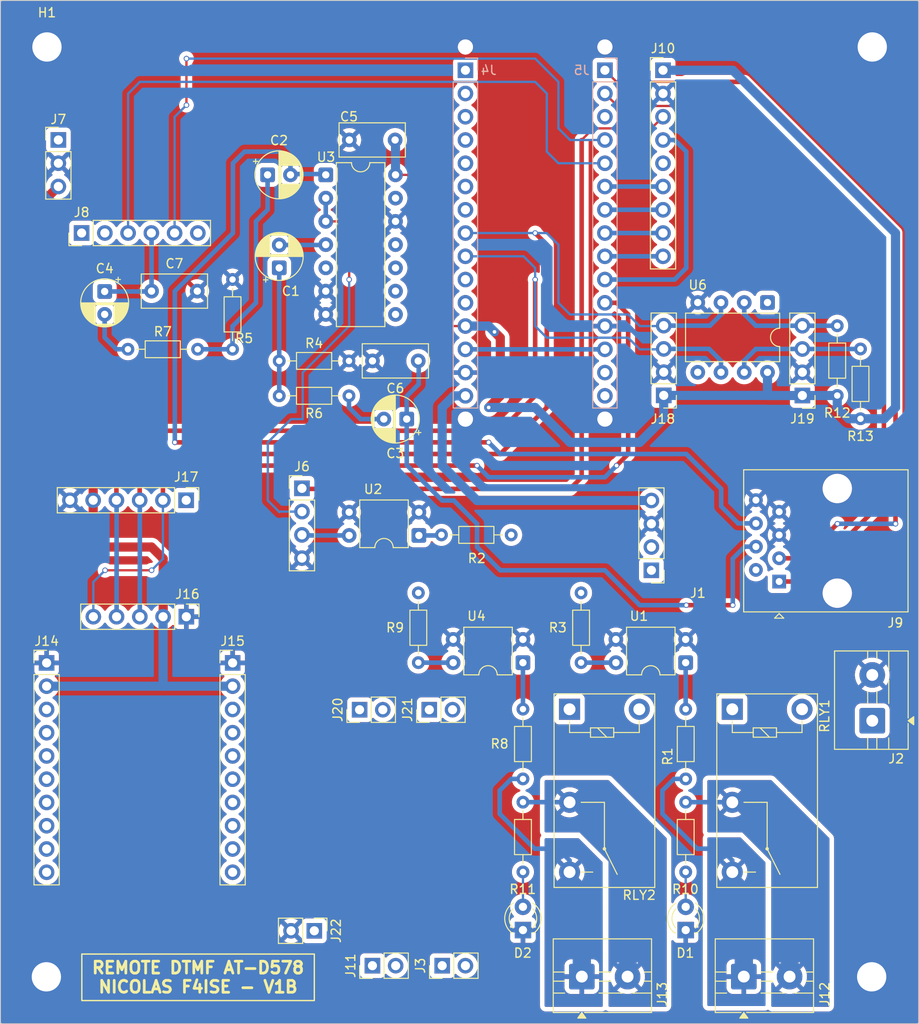
<source format=kicad_pcb>
(kicad_pcb (version 20241229) (generator "pcbnew") (generator_version "9.0")
  (title_block (date "sam. 04 avril 2015"))
  (layers (0 "F.Cu" signal) (2 "B.Cu" signal) (13 "F.Paste" user) (15 "B.Paste" user) (5 "F.SilkS" user "F.Silkscreen") (7 "B.SilkS" user "B.Silkscreen") (1 "F.Mask" user) (3 "B.Mask" user) (25 "Edge.Cuts" user))
  (net 0 "")
  (net 1 "GND")
  (net 2 "/~{RESET}")
  (net 3 "VCC")
  (net 4 "Net-(C1-Pad1)")
  (net 5 "/AM")
  (net 6 "/CW")
  (net 7 "Net-(C2-Pad1)")
  (net 8 "/TRX")
  (net 9 "Net-(C3-Pad2)")
  (net 10 "+5V")
  (net 11 "/GENCW")
  (net 12 "Net-(C4-Pad2)")
  (net 13 "Net-(J1-Pin_2)")
  (net 15 "/AREF")
  (net 16 "/D0{slash}RX")
  (net 17 "/D1{slash}TX")
  (net 18 "+3V3")
  (net 19 "/A7")
  (net 20 "/A6")
  (net 21 "Net-(D1-A)")
  (net 22 "Net-(D2-A)")
  (net 23 "/D13{slash}SCK")
  (net 24 "/P12V1")
  (net 25 "/MSG0")
  (net 26 "/MSG1")
  (net 27 "/SDA")
  (net 28 "/Q2")
  (net 29 "/SOT")
  (net 30 "/SCL")
  (net 31 "/Q3")
  (net 32 "/EOT")
  (net 33 "/Q0")
  (net 34 "/~{STQ}")
  (net 35 "/Q1")
  (net 36 "/URX")
  (net 37 "/UTX")
  (net 38 "/MIC")
  (net 39 "/DTMF")
  (net 40 "/PTT")
  (net 45 "Net-(R1-Pad2)")
  (net 46 "Net-(R2-Pad2)")
  (net 49 "/CMD_PTT")
  (net 51 "/~{INT}")
  (net 53 "/P12V2")
  (net 54 "/A3")
  (net 55 "/A2")
  (net 56 "/P06")
  (net 58 "/P05")
  (net 59 "/P07")
  (net 60 "/P14")
  (net 61 "/PRES12V1")
  (net 62 "/P17")
  (net 63 "/PRES12V2")
  (net 64 "/P15")
  (net 65 "/P16")
  (net 66 "/SEL_CW")
  (net 67 "/SEL_AM")
  (net 69 "/LDA")
  (net 70 "/LCL")
  (net 71 "Net-(R8-Pad2)")
  (net 72 "/CMD_RLY11")
  (net 73 "/CMD_RLY15")
  (net 74 "/CMD_RLY25")
  (net 75 "/CMD_RLY21")
  (net 76 "/P12V1S")
  (net 77 "/P12V2S")
  (net 78 "/RLY1_5")
  (net 79 "/RLY1_1")
  (net 80 "/RLY2_5")
  (net 81 "/RLY2_1")
  (footprint "MountingHole:MountingHole_3.2mm_M3_DIN965_Pad" (layer "F.Cu") (at 162.167039 150.745932)
    (property "Reference" "H4" (hide yes))
    (property "Value" "MountingHole_Pad" (hide yes))
  )
  (footprint "Capacitor_THT:CP_Radial_D5.0mm_P2.50mm" (layer "F.Cu") (at 111.366319 89.835193 180)
    (property "Reference" "C3")
    (property "Value" "4u7" (hide yes))
  )
  (footprint "Resistor_THT:R_Axial_DIN0204_L3.6mm_D1.6mm_P7.62mm_Horizontal" (layer "F.Cu") (at 160.94335 89.802458 90)
    (property "Reference" "R13")
    (property "Value" "470R" (hide yes))
  )
  (footprint "Connector_PinHeader_2.54mm:PinHeader_1x06_P2.54mm_Vertical" (layer "F.Cu") (at 75.846319 69.515193 90)
    (property "Reference" "J8")
    (property "Value" "IO ATTINY85" (hide yes))
  )
  (footprint "Connector_PinHeader_2.54mm:PinHeader_1x09_P2.54mm_Vertical" (layer "F.Cu") (at 139.37 51.74)
    (property "Reference" "J10")
    (property "Value" "MT8870D" (hide yes))
  )
  (footprint "Connector_PinHeader_2.54mm:PinHeader_1x05_P2.54mm_Vertical" (layer "F.Cu") (at 87.287943 111.422514 -90)
    (property "Reference" "J16")
    (property "Value" "PCF8575" (hide yes))
  )
  (footprint "Capacitor_THT:CP_Radial_D5.0mm_P2.50mm" (layer "F.Cu") (at 97.436319 73.325193 90)
    (property "Reference" "C1")
    (property "Value" "4u7" (hide yes))
  )
  (footprint "Package_DIP:DIP-14_W7.62mm" (layer "F.Cu") (at 102.521319 63.165193)
    (property "Reference" "U3")
    (property "Value" "CD4066BE" (hide yes))
  )
  (footprint "Arduino_MountingHole:MountingHole_65mil" (layer "F.Cu") (at 133.02 49.2 -90)
    (property "Reference" "MH2" (hide yes))
    (property "Value" "MountingHole_65mil" (hide yes))
  )
  (footprint "Package_DIP:DIP-4_W7.62mm" (layer "F.Cu") (at 124.06101 116.438311 180)
    (property "Reference" "U4")
    (property "Value" "PC817" (hide yes))
  )
  (footprint "Capacitor_THT:C_Rect_L7.0mm_W3.5mm_P5.00mm" (layer "F.Cu") (at 83.485933 75.861584)
    (property "Reference" "C7")
    (property "Value" "47p" (hide yes))
  )
  (footprint "MountingHole:MountingHole_3.2mm_M3_DIN965_Pad" (layer "F.Cu") (at 162.23 49.2)
    (property "Reference" "H3" (hide yes))
    (property "Value" "MountingHole_Pad" (hide yes))
  )
  (footprint "Connector_PinHeader_2.54mm:PinHeader_1x06_P2.54mm_Vertical" (layer "F.Cu") (at 87.270162 98.700162 -90)
    (property "Reference" "J17")
    (property "Value" "DS3231" (hide yes))
  )
  (footprint "Resistor_THT:R_Axial_DIN0204_L3.6mm_D1.6mm_P7.62mm_Horizontal" (layer "F.Cu") (at 130.41601 108.813311 -90)
    (property "Reference" "R3")
    (property "Value" "100K" (hide yes))
  )
  (footprint "Connector_PinHeader_2.54mm:PinHeader_1x04_P2.54mm_Vertical" (layer "F.Cu") (at 154.59335 87.262458 180)
    (property "Reference" "J19")
    (property "Value" "BME280" (hide yes))
  )
  (footprint "Connector_PinHeader_2.54mm:PinHeader_1x02_P2.54mm_Vertical" (layer "F.Cu") (at 115.24 149.53 90)
    (property "Reference" "J3")
    (property "Value" "IN1" (hide yes))
  )
  (footprint "Resistor_THT:R_Axial_DIN0204_L3.6mm_D1.6mm_P7.62mm_Horizontal" (layer "F.Cu") (at 112.63601 108.813311 -90)
    (property "Reference" "R9")
    (property "Value" "100K" (hide yes))
  )
  (footprint "Capacitor_THT:CP_Radial_D5.0mm_P2.50mm" (layer "F.Cu") (at 96.166319 63.165193)
    (property "Reference" "C2")
    (property "Value" "4u7" (hide yes))
  )
  (footprint "Resistor_THT:R_Axial_DIN0204_L3.6mm_D1.6mm_P7.62mm_Horizontal" (layer "F.Cu") (at 124.06601 131.673311 -90)
    (property "Reference" "R11")
    (property "Value" "4K7" (hide yes))
  )
  (footprint "Connector_PinHeader_2.54mm:PinHeader_1x04_P2.54mm_Vertical" (layer "F.Cu") (at 99.921949 97.402952)
    (property "Reference" "J6")
    (property "Value" "TRX TELCO" (hide yes))
  )
  (footprint "Resistor_THT:R_Axial_DIN0204_L3.6mm_D1.6mm_P7.62mm_Horizontal" (layer "F.Cu") (at 141.84601 131.673311 -90)
    (property "Reference" "R10")
    (property "Value" "4K7" (hide yes))
  )
  (footprint "Resistor_THT:R_Axial_DIN0204_L3.6mm_D1.6mm_P7.62mm_Horizontal" (layer "F.Cu") (at 124.06601 129.133311 90)
    (property "Reference" "R8")
    (property "Value" "2K2" (hide yes))
  )
  (footprint "Connector_PinHeader_2.54mm:PinHeader_1x02_P2.54mm_Vertical" (layer "F.Cu") (at 101.27 145.72 -90)
    (property "Reference" "J22")
    (property "Value" "ALIM" (hide yes))
  )
  (footprint "Connector_PinHeader_2.54mm:PinHeader_1x02_P2.54mm_Vertical" (layer "F.Cu") (at 113.83402 121.578701 90)
    (property "Reference" "J21")
    (property "Value" "OUT2" (hide yes))
  )
  (footprint "TerminalBlock:TerminalBlock_MaiXu_MX126-5.0-02P_1x02_P5.00mm" (layer "F.Cu") (at 162.23 122.78 90)
    (property "Reference" "J2")
    (property "Value" "BATT 12V" (hide yes))
  )
  (footprint "Resistor_THT:R_Axial_DIN0204_L3.6mm_D1.6mm_P7.62mm_Horizontal" (layer "F.Cu") (at 141.84601 129.133311 90)
    (property "Reference" "R1")
    (property "Value" "2K2" (hide yes))
  )
  (footprint "Capacitor_THT:C_Rect_L7.0mm_W3.5mm_P5.00mm" (layer "F.Cu") (at 110.096319 59.355193 180)
    (property "Reference" "C5")
    (property "Value" "100n" (hide yes))
  )
  (footprint "Resistor_THT:R_Axial_DIN0204_L3.6mm_D1.6mm_P7.62mm_Horizontal" (layer "F.Cu") (at 80.905933 82.211584)
    (property "Reference" "R7")
    (property "Value" "47K" (hide yes))
  )
  (footprint "Capacitor_THT:C_Rect_L7.0mm_W3.5mm_P5.00mm" (layer "F.Cu") (at 112.624575 83.484939 180)
    (property "Reference" "C6")
    (property "Value" "47p" (hide yes))
  )
  (footprint "TerminalBlock:TerminalBlock_MaiXu_MX126-5.0-02P_1x02_P5.00mm" (layer "F.Cu") (at 130.49601 150.723311)
    (property "Reference" "J13")
    (property "Value" "RELAY 2" (hide yes))
  )
  (footprint "TerminalBlock:TerminalBlock_MaiXu_MX126-5.0-02P_1x02_P5.00mm" (layer "F.Cu") (at 148.19601 150.723311)
    (property "Reference" "J12")
    (property "Value" "RELAY 1" (hide yes))
  )
  (footprint "Arduino_MountingHole:MountingHole_65mil" (layer "F.Cu") (at 117.78 89.84 -90)
    (property "Reference" "MH4" (hide yes))
    (property "Value" "MountingHole_65mil" (hide yes))
  )
  (footprint "Connector_PinHeader_2.54mm:PinHeader_1x04_P2.54mm_Vertical" (layer "F.Cu") (at 139.445439 87.252012 180)
    (property "Reference" "J18")
    (property "Value" "BME280" (hide yes))
  )
  (footprint "Capacitor_THT:CP_Radial_D5.0mm_P2.50mm" (layer "F.Cu") (at 78.365933 75.901584 -90)
    (property "Reference" "C4")
    (property "Value" "4u7" (hide yes))
  )
  (footprint "Relay_THT:Relay_SPST_Omron-G5Q-1A" (layer "F.Cu") (at 146.93601 121.528311 -90)
    (property "Reference" "RLY1")
    (property "Value" "G5QU-1A" (hide yes))
  )
  (footprint "MountingHole:MountingHole_3.2mm_M3_DIN965_Pad" (layer "F.Cu") (at 72.06 49.2)
    (property "Reference" "H1")
    (property "Value" "MountingHole_Pad" (hide yes))
  )
  (footprint "Connector_PinHeader_2.54mm:PinHeader_1x04_P2.54mm_Vertical" (layer "F.Cu") (at 138.1 106.35 180)
    (property "Reference" "J1")
    (property "Value" "REG. 7V" (hide yes))
  )
  (footprint "MountingHole:MountingHole_3.2mm_M3_DIN965_Pad" (layer "F.Cu") (at 71.99584 150.745932)
    (property "Reference" "H2" (hide yes))
    (property "Value" "MountingHole_Pad" (hide yes))
  )
  (footprint "Package_DIP:DIP-4_W7.62mm" (layer "F.Cu") (at 141.84101 116.438311 180)
    (property "Reference" "U1")
    (property "Value" "PC817" (hide yes))
  )
  (footprint "Connector_PinHeader_2.54mm:PinHeader_1x10_P2.54mm_Vertical" (layer "F.Cu") (at 92.342993 116.466985)
    (property "Reference" "J15")
    (property "Value" "P1")
  )
  (footprint "Connector_PinHeader_2.54mm:PinHeader_1x02_P2.54mm_Vertical" (layer "F.Cu") (at 107.62 149.53 90)
    (property "Reference" "J11")
    (property "Value" "IN2" (hide yes))
  )
  (footprint "LED_THT:LED_D3.0mm" (layer "F.Cu") (at 141.84601 145.643311 90)
    (property "Reference" "D1")
    (property "Value" "LED" (hide yes))
  )
  (footprint "Package_DIP:DIP-4_W7.62mm" (layer "F.Cu") (at 112.695 102.545 180)
    (property "Reference" "U2")
    (property "Value" "PC817" (hide yes))
  )
  (footprint "Arduino_MountingHole:MountingHole_65mil" (layer "F.Cu") (at 117.78 49.2 -90)
    (property "Reference" "MH1" (hide yes))
    (property "Value" "MountingHole_65mil" (hide yes))
  )
  (footprint "Connector_PinHeader_2.54mm:PinHeader_1x02_P2.54mm_Vertical" (layer "F.Cu") (at 106.21402 121.578701 90)
    (property "Reference" "J20")
    (property "Value" "OUT1" (hide yes))
  )
  (footprint "Resistor_THT:R_Axial_DIN0204_L3.6mm_D1.6mm_P7.62mm_Horizontal" (layer "F.Cu") (at 122.781949 102.482952 180)
    (property "Reference" "R2")
    (property "Value" "820R" (hide yes))
  )
  (footprint "Resistor_THT:R_Axial_DIN0204_L3.6mm_D1.6mm_P7.62mm_Horizontal" (layer "F.Cu") (at 97.436319 83.485193)
    (property "Reference" "R4")
    (property "Value" "47K" (hide yes))
  )
  (footprint "Relay_THT:Relay_SPST_Omron-G5Q-1A" (layer "F.Cu") (at 129.15601 121.528311 -90)
    (property "Reference" "RLY2")
    (property "Value" "G5QU-1A" (hide yes))
  )
  (footprint "Connector_PinHeader_2.54mm:PinHeader_1x10_P2.54mm_Vertical" (layer "F.Cu") (at 72.022993 116.466985)
    (property "Reference" "J14")
    (property "Value" "P0")
  )
  (footprint "Resistor_THT:R_Axial_DIN0204_L3.6mm_D1.6mm_P7.62mm_Horizontal" (layer "F.Cu") (at 92.335933 82.211584 90)
    (property "Reference" "R5")
    (property "Value" "47K" (hide yes))
  )
  (footprint "Resistor_THT:R_Axial_DIN0204_L3.6mm_D1.6mm_P7.62mm_Horizontal" (layer "F.Cu") (at 105.056319 87.295193 180)
    (property "Reference" "R6")
    (property "Value" "47K" (hide yes))
  )
  (footprint "Connector_PinHeader_2.54mm:PinHeader_1x03_P2.54mm_Vertical" (layer "F.Cu") (at 73.306319 59.355193)
    (property "Reference" "J7")
    (property "Value" "AL. ATTINY85" (hide yes))
  )
  (footprint "LED_THT:LED_D3.0mm" (layer "F.Cu") (at 124.06601 145.643311 90)
    (property "Reference" "D2")
    (property "Value" "LED" (hide yes))
  )
  (footprint "Package_DIP:DIP-8_W7.62mm" (layer "F.Cu") (at 150.78335 77.107458 -90)
    (property "Reference" "U6")
    (property "Value" "P82B715D" (hide yes))
  )
  (footprint "Arduino_MountingHole:MountingHole_65mil" (layer "F.Cu") (at 133.02 89.84 -90)
    (property "Reference" "MH3" (hide yes))
    (property "Value" "MountingHole_65mil" (hide yes))
  )
  (footprint "Connector_RJ:RJ45_Amphenol_54602-x08_Horizontal" (layer "F.Cu") (at 152.057984 107.577947 90)
    (property "Reference" "J9")
    (property "Value" "AT-D578" (hide yes))
  )
  (footprint "Resistor_THT:R_Axial_DIN0204_L3.6mm_D1.6mm_P7.62mm_Horizontal" (layer "F.Cu") (at 158.40335 87.262458 90)
    (property "Reference" "R12")
    (property "Value" "470R" (hide yes))
  )
  (footprint "Connector_PinHeader_2.54mm:PinHeader_1x15_P2.54mm_Vertical" (layer "B.Cu") (at 117.78 51.74 180)
    (property "Reference" "J4")
    (property "Value" "Analog")
  )
  (footprint "Connector_PinHeader_2.54mm:PinHeader_1x15_P2.54mm_Vertical" (layer "B.Cu") (at 133.02 51.74 180)
    (property "Reference" "J5")
    (property "Value" "Digital")
  )
  (gr_rect (start 75.87 148.26) (end 101.27 153.34) (stroke (width 0.15)) (fill no) (layer "F.SilkS"))
  (gr_rect (start 66.98 44.12) (end 167.31 155.88) (stroke (width 0.1)) (fill no) (layer "Edge.Cuts"))
  (gr_text "REMOTE DTMF AT-D578\nNICOLAS F4ISE - V1B" (at 88.57 150.8 0) (layer "F.SilkS") (effects (font (size 1.3 1.3) (thickness 0.3) (bold yes))))
  (segment (start 117.78 82.22) (end 133.02 82.22) (width 0.5) (layer "B.Cu") (net 2))
  (segment (start 117.78 87.3) (end 116.51 87.3) (width 1) (layer "B.Cu") (net 3))
  (segment (start 119.05 98.73) (end 138.1 98.73) (width 1) (layer "B.Cu") (net 3))
  (segment (start 115.24 94.92) (end 119.05 98.73) (width 1) (layer "B.Cu") (net 3))
  (segment (start 115.24 88.57) (end 116.51 87.3) (width 1) (layer "B.Cu") (net 3))
  (segment (start 115.24 88.57) (end 115.24 94.92) (width 1) (layer "B.Cu") (net 3))
  (segment (start 97.436319 83.485193) (end 97.436319 73.325193) (width 0.5) (layer "B.Cu") (net 4))
  (segment (start 97.436319 83.485193) (end 97.436319 87.295193) (width 0.5) (layer "B.Cu") (net 4))
  (segment (start 102.481319 70.825193) (end 102.521319 70.785193) (width 0.25) (layer "B.Cu") (net 5))
  (segment (start 97.436319 70.825193) (end 102.481319 70.825193) (width 0.5) (layer "B.Cu") (net 5))
  (segment (start 120.32 92.38) (end 86.03 92.38) (width 0.5) (layer "F.Cu") (net 6))
  (via (at 86.03 92.38) (size 0.6) (drill 0.4) (layers "F.Cu" "B.Cu") (net 6))
  (via (at 120.32 92.38) (size 0.6) (drill 0.4) (layers "F.Cu" "B.Cu") (net 6))
  (segment (start 92.38 61.9) (end 92.38 69.52) (width 0.5) (layer "B.Cu") (net 6))
  (segment (start 145.72 99.365) (end 147.582947 101.227947) (width 0.5) (layer "B.Cu") (net 6))
  (segment (start 98.666319 63.165193) (end 98.666319 61.836319) (width 0.5) (layer "B.Cu") (net 6))
  (segment (start 121.59 93.65) (end 141.91 93.65) (width 0.5) (layer "B.Cu") (net 6))
  (segment (start 98.666319 61.836319) (end 97.46 60.63) (width 0.5) (layer "B.Cu") (net 6))
  (segment (start 147.582947 101.227947) (end 149.517984 101.227947) (width 0.5) (layer "B.Cu") (net 6))
  (segment (start 92.38 69.52) (end 86.03 75.87) (width 0.5) (layer "B.Cu") (net 6))
  (segment (start 98.991824 63.078132) (end 102.801824 63.078132) (width 0.5) (layer "B.Cu") (net 6))
  (segment (start 145.72 97.46) (end 145.72 99.365) (width 0.5) (layer "B.Cu") (net 6))
  (segment (start 93.65 60.63) (end 92.38 61.9) (width 0.5) (layer "B.Cu") (net 6))
  (segment (start 141.91 93.65) (end 145.72 97.46) (width 0.5) (layer "B.Cu") (net 6))
  (segment (start 97.46 60.63) (end 93.65 60.63) (width 0.5) (layer "B.Cu") (net 6))
  (segment (start 120.32 92.38) (end 121.59 93.65) (width 0.5) (layer "B.Cu") (net 6))
  (segment (start 86.03 75.87) (end 86.03 92.38) (width 0.5) (layer "B.Cu") (net 6))
  (segment (start 94.896319 68.245193) (end 96.166319 66.975193) (width 0.5) (layer "B.Cu") (net 7))
  (segment (start 96.166319 66.975193) (end 96.166319 63.165193) (width 0.5) (layer "B.Cu") (net 7))
  (segment (start 88.525933 82.211584) (end 92.335933 82.211584) (width 0.5) (layer "B.Cu") (net 7))
  (segment (start 92.335933 82.211584) (end 92.335933 79.695579) (width 0.5) (layer "B.Cu") (net 7))
  (segment (start 92.335933 79.695579) (end 94.896319 77.135193) (width 0.5) (layer "B.Cu") (net 7))
  (segment (start 94.896319 77.135193) (end 94.896319 68.245193) (width 0.5) (layer "B.Cu") (net 7))
  (segment (start 141.91 110.16) (end 146.99 110.16) (width 0.5) (layer "F.Cu") (net 8))
  (via (at 141.91 110.16) (size 0.6) (drill 0.4) (layers "F.Cu" "B.Cu") (net 8))
  (via (at 146.99 110.16) (size 0.6) (drill 0.4) (layers "F.Cu" "B.Cu") (net 8))
  (segment (start 148.302053 103.767947) (end 149.517984 103.767947) (width 0.5) (layer "B.Cu") (net 8))
  (segment (start 121.59 106.35) (end 133.02 106.35) (width 0.5) (layer "B.Cu") (net 8))
  (segment (start 111.366319 94.856319) (end 115.24 98.73) (width 0.5) (layer "B.Cu") (net 8))
  (segment (start 146.99 110.16) (end 146.99 105.08) (width 0.5) (layer "B.Cu") (net 8))
  (segment (start 119.05 101.27) (end 119.05 103.81) (width 0.5) (layer "B.Cu") (net 8))
  (segment (start 112.676319 86.025193) (end 111.366319 87.335193) (width 0.5) (layer "B.Cu") (net 8))
  (segment (start 112.676319 83.536683) (end 112.676319 86.025193) (width 0.5) (layer "B.Cu") (net 8))
  (segment (start 133.02 106.35) (end 136.83 110.16) (width 0.5) (layer "B.Cu") (net 8))
  (segment (start 111.366319 87.335193) (end 111.366319 89.835193) (width 0.5) (layer "B.Cu") (net 8))
  (segment (start 146.99 105.08) (end 148.302053 103.767947) (width 0.5) (layer "B.Cu") (net 8))
  (segment (start 115.24 98.73) (end 116.51 98.73) (width 0.5) (layer "B.Cu") (net 8))
  (segment (start 119.05 103.81) (end 121.59 106.35) (width 0.5) (layer "B.Cu") (net 8))
  (segment (start 111.366319 89.835193) (end 111.366319 94.856319) (width 0.5) (layer "B.Cu") (net 8))
  (segment (start 116.51 98.73) (end 119.05 101.27) (width 0.5) (layer "B.Cu") (net 8))
  (segment (start 112.624575 83.484939) (end 112.676319 83.536683) (width 0.25) (layer "B.Cu") (net 8))
  (segment (start 136.83 110.16) (end 141.91 110.16) (width 0.5) (layer "B.Cu") (net 8))
  (segment (start 106.326319 89.835193) (end 108.866319 89.835193) (width 0.5) (layer "B.Cu") (net 9))
  (segment (start 105.056319 87.295193) (end 105.056319 88.565193) (width 0.5) (layer "B.Cu") (net 9))
  (segment (start 105.056319 88.565193) (end 106.326319 89.835193) (width 0.5) (layer "B.Cu") (net 9))
  (segment (start 72.06 88.57) (end 72.06 65.681512) (width 1) (layer "F.Cu") (net 10))
  (segment (start 78.41 103.81) (end 77.110162 102.510162) (width 1) (layer "F.Cu") (net 10))
  (segment (start 77.110162 93.620162) (end 72.06 88.57) (width 1) (layer "F.Cu") (net 10))
  (segment (start 83.49 103.81) (end 78.41 103.81) (width 1) (layer "F.Cu") (net 10))
  (segment (start 84.76 105.08) (end 83.49 103.81) (width 1) (layer "F.Cu") (net 10))
  (segment (start 111.425193 63.165193) (end 110.141319 63.165193) (width 0.25) (layer "F.Cu") (net 10))
  (segment (start 77.110162 98.700162) (end 77.110162 93.620162) (width 1) (layer "F.Cu") (net 10))
  (segment (start 115.24 79.68) (end 113.97 78.41) (width 0.25) (layer "F.Cu") (net 10))
  (segment (start 120.32 88.57) (end 121.59 87.3) (width 1) (layer "F.Cu") (net 10))
  (segment (start 121.59 80.95) (end 120.955 80.315) (width 1) (layer "F.Cu") (net 10))
  (segment (start 72.06 65.681512) (end 73.306319 64.435193) (width 1) (layer "F.Cu") (net 10))
  (segment (start 77.110162 102.510162) (end 77.110162 98.700162) (width 1) (layer "F.Cu") (net 10))
  (segment (start 113.97 65.71) (end 111.425193 63.165193) (width 0.25) (layer "F.Cu") (net 10))
  (segment (start 84.747943 111.422514) (end 84.76 111.410457) (width 1) (layer "F.Cu") (net 10))
  (segment (start 121.59 87.3) (end 121.59 80.95) (width 1) (layer "F.Cu") (net 10))
  (segment (start 113.97 78.41) (end 113.97 65.71) (width 0.25) (layer "F.Cu") (net 10))
  (segment (start 117.78 79.68) (end 115.24 79.68) (width 0.25) (layer "F.Cu") (net 10))
  (segment (start 84.76 111.410457) (end 84.76 105.08) (width 1) (layer "F.Cu") (net 10))
  (via (at 120.32 88.57) (size 0.6) (drill 0.4) (layers "F.Cu" "B.Cu") (net 10))
  (via (at 120.955 80.315) (size 0.6) (drill 0.4) (layers "F.Cu" "B.Cu") (net 10))
  (segment (start 72.022993 119.006985) (end 84.76 119.006985) (width 1) (layer "B.Cu") (net 10))
  (segment (start 159.67335 89.802458) (end 160.94335 89.802458) (width 1) (layer "B.Cu") (net 10))
  (segment (start 158.40335 87.262458) (end 158.40335 88.532458) (width 1) (layer "B.Cu") (net 10))
  (segment (start 117.78 79.68) (end 120.32 79.68) (width 1) (layer "B.Cu") (net 10))
  (segment (start 154.59335 87.262458) (end 158.40335 87.262458) (width 1) (layer "B.Cu") (net 10))
  (segment (start 84.76 119.006985) (end 92.342993 119.006985) (width 1) (layer "B.Cu") (net 10))
  (segment (start 139.445439 89.764561) (end 139.445439 87.252012) (width 1) (layer "B.Cu") (net 10))
  (segment (start 146.99 51.74) (end 164.77 69.52) (width 1) (layer "B.Cu") (net 10))
  (segment (start 150.78335 84.727458) (end 150.78335 87.262458) (width 1) (layer "B.Cu") (net 10))
  (segment (start 139.37 51.74) (end 146.99 51.74) (width 1) (layer "B.Cu") (net 10))
  (segment (start 120.32 79.68) (end 120.955 80.315) (width 1) (layer "B.Cu") (net 10))
  (segment (start 150.78335 87.262458) (end 154.59335 87.262458) (width 1) (layer "B.Cu") (net 10))
  (segment (start 158.40335 88.532458) (end 159.67335 89.802458) (width 1) (layer "B.Cu") (net 10))
  (segment (start 84.747943 118.994928) (end 84.76 119.006985) (width 0.25) (layer "B.Cu") (net 10))
  (segment (start 150.772904 87.252012) (end 150.78335 87.262458) (width 0.25) (layer "B.Cu") (net 10))
  (segment (start 163.537542 89.802458) (end 160.94335 89.802458) (width 1) (layer "B.Cu") (net 10))
  (segment (start 110.141319 59.400193) (end 110.096319 59.355193) (width 0.25) (layer "B.Cu") (net 10))
  (segment (start 164.77 69.52) (end 164.77 88.57) (width 1) (layer "B.Cu") (net 10))
  (segment (start 136.83 92.38) (end 139.445439 89.764561) (width 1) (layer "B.Cu") (net 10))
  (segment (start 129.21 92.38) (end 136.83 92.38) (width 1) (layer "B.Cu") (net 10))
  (segment (start 139.445439 87.252012) (end 150.772904 87.252012) (width 1) (layer "B.Cu") (net 10))
  (segment (start 84.747943 111.422514) (end 84.747943 118.994928) (width 1) (layer "B.Cu") (net 10))
  (segment (start 120.32 88.57) (end 125.4 88.57) (width 1) (layer "B.Cu") (net 10))
  (segment (start 110.141319 63.165193) (end 110.141319 59.400193) (width 1) (layer "B.Cu") (net 10))
  (segment (start 164.77 88.57) (end 163.537542 89.802458) (width 1) (layer "B.Cu") (net 10))
  (segment (start 125.4 88.57) (end 129.21 92.38) (width 1) (layer "B.Cu") (net 10))
  (segment (start 83.485933 75.861584) (end 83.485933 69.534807) (width 0.5) (layer "B.Cu") (net 11))
  (segment (start 83.445933 75.901584) (end 83.485933 75.861584) (width 0.25) (layer "B.Cu") (net 11))
  (segment (start 78.365933 75.901584) (end 83.445933 75.901584) (width 0.5) (layer "B.Cu") (net 11))
  (segment (start 83.485933 69.534807) (end 83.466319 69.515193) (width 0.25) (layer "B.Cu") (net 11))
  (segment (start 78.365933 80.924807) (end 78.365933 78.401584) (width 0.5) (layer "B.Cu") (net 12))
  (segment (start 79.659928 82.211584) (end 79.656319 82.215193) (width 0.25) (layer "B.Cu") (net 12))
  (segment (start 79.656319 82.215193) (end 78.365933 80.924807) (width 0.5) (layer "B.Cu") (net 12))
  (segment (start 80.905933 82.211584) (end 79.659928 82.211584) (width 0.5) (layer "B.Cu") (net 12))
  (segment (start 141.84601 139.293311) (end 141.84601 143.103311) (width 0.25) (layer "B.Cu") (net 21))
  (segment (start 124.06601 139.293311) (end 124.06601 143.103311) (width 0.25) (layer "B.Cu") (net 22))
  (segment (start 140.57601 129.133311) (end 141.84601 129.133311) (width 0.5) (layer "B.Cu") (net 24))
  (segment (start 146.93601 143.093311) (end 146.92601 143.103311) (width 0.5) (layer "B.Cu") (net 24))
  (segment (start 146.93601 139.308311) (end 146.93601 138.033311) (width 0.5) (layer "B.Cu") (net 24))
  (segment (start 146.93601 139.308311) (end 146.93601 143.093311) (width 2) (layer "B.Cu") (net 24))
  (segment (start 148.19601 144.373311) (end 148.19601 150.723311) (width 2) (layer "B.Cu") (net 24))
  (segment (start 146.93601 138.033311) (end 145.65601 136.753311) (width 0.5) (layer "B.Cu") (net 24))
  (segment (start 139.30601 132.943311) (end 139.30601 130.403311) (width 0.5) (layer "B.Cu") (net 24))
  (segment (start 143.11601 136.753311) (end 139.30601 132.943311) (width 0.5) (layer "B.Cu") (net 24))
  (segment (start 146.92601 143.103311) (end 148.19601 144.373311) (width 2) (layer "B.Cu") (net 24))
  (segment (start 145.65601 136.753311) (end 143.11601 136.753311) (width 0.5) (layer "B.Cu") (net 24))
  (segment (start 139.30601 130.403311) (end 140.57601 129.133311) (width 0.5) (layer "B.Cu") (net 24))
  (segment (start 72.022993 121.546985) (end 72.066008 121.59) (width 0.25) (layer "B.Cu") (net 25))
  (segment (start 126.67 88.57) (end 121.59 93.65) (width 0.5) (layer "F.Cu") (net 27))
  (segment (start 82.190162 94.949838) (end 82.22 94.92) (width 0.25) (layer "F.Cu") (net 27))
  (segment (start 82.190162 98.700162) (end 82.190162 94.949838) (width 0.5) (layer "F.Cu") (net 27))
  (segment (start 83.49 93.65) (end 82.22 94.92) (width 0.5) (layer "F.Cu") (net 27))
  (segment (start 126.67 70.79) (end 126.67 88.57) (width 0.5) (layer "F.Cu") (net 27))
  (segment (start 125.4 69.52) (end 126.67 70.79) (width 0.5) (layer "F.Cu") (net 27))
  (segment (start 121.59 93.65) (end 83.49 93.65) (width 0.5) (layer "F.Cu") (net 27))
  (via (at 125.4 69.52) (size 0.6) (drill 0.4) (layers "F.Cu" "B.Cu") (net 27))
  (segment (start 126.67 69.52) (end 127.94 70.79) (width 0.25) (layer "B.Cu") (net 27))
  (segment (start 139.397451 79.68) (end 139.445439 79.632012) (width 0.25) (layer "B.Cu") (net 27))
  (segment (start 125.4 69.52) (end 126.67 69.52) (width 0.25) (layer "B.Cu") (net 27))
  (segment (start 129.21 78.41) (end 135.56 78.41) (width 0.25) (layer "B.Cu") (net 27))
  (segment (start 117.78 69.52) (end 125.4 69.52) (width 0.25) (layer "B.Cu") (net 27))
  (segment (start 127.94 70.79) (end 127.94 77.14) (width 0.25) (layer "B.Cu") (net 27))
  (segment (start 145.70335 78.42665) (end 144.497988 79.632012) (width 0.5) (layer "B.Cu") (net 27))
  (segment (start 82.207943 98.717943) (end 82.190162 98.700162) (width 0.25) (layer "B.Cu") (net 27))
  (segment (start 145.70335 77.107458) (end 145.70335 78.42665) (width 0.5) (layer "B.Cu") (net 27))
  (segment (start 127.94 77.14) (end 129.21 78.41) (width 0.25) (layer "B.Cu") (net 27))
  (segment (start 135.56 78.41) (end 136.83 79.68) (width 0.25) (layer "B.Cu") (net 27))
  (segment (start 144.497988 79.632012) (end 139.445439 79.632012) (width 0.5) (layer "B.Cu") (net 27))
  (segment (start 136.83 79.68) (end 139.397451 79.68) (width 0.25) (layer "B.Cu") (net 27))
  (segment (start 82.207943 111.422514) (end 82.207943 98.717943) (width 0.5) (layer "B.Cu") (net 27))
  (segment (start 139.37 66.98) (end 133.02 66.98) (width 0.5) (layer "B.Cu") (net 28))
  (segment (start 82.22 53.01) (end 80.926319 54.303681) (width 0.25) (layer "B.Cu") (net 29))
  (segment (start 126.67 54.28) (end 125.4 53.01) (width 0.25) (layer "B.Cu") (net 29))
  (segment (start 127.94 61.9) (end 126.67 60.63) (width 0.25) (layer "B.Cu") (net 29))
  (segment (start 126.67 60.63) (end 126.67 54.28) (width 0.25) (layer "B.Cu") (net 29))
  (segment (start 133.02 61.9) (end 127.94 61.9) (width 0.25) (layer "B.Cu") (net 29))
  (segment (start 125.4 53.01) (end 82.22 53.01) (width 0.25) (layer "B.Cu") (net 29))
  (segment (start 80.926319 54.303681) (end 80.926319 69.515193) (width 0.25) (layer "B.Cu") (net 29))
  (segment (start 125.4 74.6) (end 125.4 87.3) (width 0.5) (layer "F.Cu") (net 30))
  (segment (start 121.59 91.11) (end 80.95 91.11) (width 0.5) (layer "F.Cu") (net 30))
  (segment (start 125.4 87.3) (end 121.59 91.11) (width 0.5) (layer "F.Cu") (net 30))
  (segment (start 79.650162 92.409838) (end 79.650162 98.700162) (width 0.5) (layer "F.Cu") (net 30))
  (segment (start 80.95 91.11) (end 79.650162 92.409838) (width 0.5) (layer "F.Cu") (net 30))
  (via (at 125.4 74.6) (size 0.6) (drill 0.4) (layers "F.Cu" "B.Cu") (net 30))
  (segment (start 144.402012 82.172012) (end 145.72 83.49) (width 0.5) (layer "B.Cu") (net 30))
  (segment (start 135.56 80.95) (end 136.83 82.22) (width 0.25) (layer "B.Cu") (net 30))
  (segment (start 79.667943 111.422514) (end 79.667943 98.717943) (width 0.5) (layer "B.Cu") (net 30))
  (segment (start 145.70335 83.50665) (end 145.70335 84.727458) (width 0.5) (layer "B.Cu") (net 30))
  (segment (start 136.83 82.22) (end 139.397451 82.22) (width 0.25) (layer "B.Cu") (net 30))
  (segment (start 126.67 80.95) (end 135.56 80.95) (width 0.25) (layer "B.Cu") (net 30))
  (segment (start 125.4 79.68) (end 126.67 80.95) (width 0.25) (layer "B.Cu") (net 30))
  (segment (start 125.4 74.6) (end 125.4 79.68) (width 0.25) (layer "B.Cu") (net 30))
  (segment (start 125.4 73.33) (end 124.13 72.06) (width 0.25) (layer "B.Cu") (net 30))
  (segment (start 145.72 83.49) (end 145.70335 83.50665) (width 0.25) (layer "B.Cu") (net 30))
  (segment (start 139.445439 82.172012) (end 144.402012 82.172012) (width 0.5) (layer "B.Cu") (net 30))
  (segment (start 139.397451 82.22) (end 139.445439 82.172012) (width 0.25) (layer "B.Cu") (net 30))
  (segment (start 79.667943 98.717943) (end 79.650162 98.700162) (width 0.25) (layer "B.Cu") (net 30))
  (segment (start 125.4 74.6) (end 125.4 73.33) (width 0.25) (layer "B.Cu") (net 30))
  (segment (start 124.13 72.06) (end 117.78 72.06) (width 0.25) (layer "B.Cu") (net 30))
  (segment (start 139.37 64.44) (end 133.02 64.44) (width 0.5) (layer "B.Cu") (net 31))
  (segment (start 87.3 50.47) (end 87.3 55.55) (width 0.25) (layer "F.Cu") (net 32))
  (via (at 87.3 55.55) (size 0.6) (drill 0.4) (layers "F.Cu" "B.Cu") (net 32))
  (via (at 87.3 50.47) (size 0.6) (drill 0.4) (layers "F.Cu" "B.Cu") (net 32))
  (segment (start 127.94 53.01) (end 125.4 50.47) (width 0.25) (layer "B.Cu") (net 32))
  (segment (start 125.4 50.47) (end 87.3 50.47) (width 0.25) (layer "B.Cu") (net 32))
  (segment (start 86.006319 56.843681) (end 86.006319 69.515193) (width 0.25) (layer "B.Cu") (net 32))
  (segment (start 129.21 59.36) (end 127.94 58.09) (width 0.25) (layer "B.Cu") (net 32))
  (segment (start 87.3 55.55) (end 86.006319 56.843681) (width 0.25) (layer "B.Cu") (net 32))
  (segment (start 133.02 59.36) (end 129.21 59.36) (width 0.25) (layer "B.Cu") (net 32))
  (segment (start 127.94 58.09) (end 127.94 53.01) (width 0.25) (layer "B.Cu") (net 32))
  (segment (start 139.37 72.06) (end 133.02 72.06) (width 0.5) (layer "B.Cu") (net 33))
  (segment (start 140.64 74.6) (end 133.02 74.6) (width 0.5) (layer "B.Cu") (net 34))
  (segment (start 139.37 59.36) (end 140.64 59.36) (width 0.5) (layer "B.Cu") (net 34))
  (segment (start 141.91 73.33) (end 140.64 74.6) (width 0.5) (layer "B.Cu") (net 34))
  (segment (start 140.64 59.36) (end 141.91 60.63) (width 0.5) (layer "B.Cu") (net 34))
  (segment (start 141.91 60.63) (end 141.91 73.33) (width 0.5) (layer "B.Cu") (net 34))
  (segment (start 139.37 69.52) (end 133.02 69.52) (width 0.5) (layer "B.Cu") (net 35))
  (segment (start 134.384 55.644) (end 133.02 54.28) (width 0.25) (layer "F.Cu") (net 36))
  (segment (start 163.5 98.73) (end 154.652053 107.577947) (width 0.5) (layer "F.Cu") (net 36))
  (segment (start 141.91 55.644) (end 148.354 55.644) (width 0.5) (layer "F.Cu") (net 36))
  (segment (start 163.5 70.79) (end 163.5 98.73) (width 0.5) (layer "F.Cu") (net 36))
  (segment (start 154.652053 107.577947) (end 152.057984 107.577947) (width 0.5) (layer "F.Cu") (net 36))
  (segment (start 141.91 55.644) (end 134.384 55.644) (width 0.25) (layer "F.Cu") (net 36))
  (segment (start 148.354 55.644) (end 163.5 70.79) (width 0.5) (layer "F.Cu") (net 36))
  (segment (start 148.26 53.01) (end 164.77 69.52) (width 0.5) (layer "F.Cu") (net 37))
  (segment (start 154.652053 105.037947) (end 152.057984 105.037947) (width 0.5) (layer "F.Cu") (net 37))
  (segment (start 141.91 53.01) (end 148.26 53.01) (width 0.5) (layer "F.Cu") (net 37))
  (segment (start 164.77 69.52) (end 164.77 101.27) (width 0.5) (layer "F.Cu") (net 37))
  (segment (start 158.42 101.27) (end 154.652053 105.037947) (width 0.5) (layer "F.Cu") (net 37))
  (segment (start 134.29 53.01) (end 133.02 51.74) (width 0.25) (layer "F.Cu") (net 37))
  (segment (start 141.91 53.01) (end 134.29 53.01) (width 0.25) (layer "F.Cu") (net 37))
  (via (at 164.77 101.27) (size 0.6) (drill 0.4) (layers "F.Cu" "B.Cu") (net 37))
  (via (at 158.42 101.27) (size 0.6) (drill 0.4) (layers "F.Cu" "B.Cu") (net 37))
  (segment (start 164.77 101.27) (end 158.42 101.27) (width 0.5) (layer "B.Cu") (net 37))
  (segment (start 103.805193 68.245193) (end 102.521319 68.245193) (width 0.25) (layer "F.Cu") (net 38))
  (segment (start 105.08 74.6) (end 105.08 69.52) (width 0.25) (layer "F.Cu") (net 38))
  (segment (start 105.08 69.52) (end 103.805193 68.245193) (width 0.25) (layer "F.Cu") (net 38))
  (via (at 105.08 74.6) (size 0.6) (drill 0.4) (layers "F.Cu" "B.Cu") (net 38))
  (segment (start 105.08 79.68) (end 105.08 74.6) (width 0.25) (layer "B.Cu") (net 38))
  (segment (start 97.517048 99.942952) (end 97.46 100) (width 0.25) (layer "B.Cu") (net 38))
  (segment (start 96.19 98.73) (end 96.19 92.38) (width 0.25) (layer "B.Cu") (net 38))
  (segment (start 97.46 100) (end 96.19 98.73) (width 0.25) (layer "B.Cu") (net 38))
  (segment (start 99.921949 99.942952) (end 97.517048 99.942952) (width 0.25) (layer "B.Cu") (net 38))
  (segment (start 96.19 92.38) (end 98.73 89.84) (width 0.25) (layer "B.Cu") (net 38))
  (segment (start 98.73 89.84) (end 100 89.84) (width 0.25) (layer "B.Cu") (net 38))
  (segment (start 100 84.76) (end 105.08 79.68) (width 0.25) (layer "B.Cu") (net 38))
  (segment (start 100 89.84) (end 100 84.76) (width 0.25) (layer "B.Cu") (net 38))
  (segment (start 102.521319 65.705193) (end 102.521319 68.245193) (width 0.5) (layer "B.Cu") (net 38))
  (segment (start 129.21 97.46) (end 130.48 96.19) (width 0.5) (layer "F.Cu") (net 39))
  (segment (start 99.921949 97.402952) (end 99.978997 97.46) (width 0.5) (layer "F.Cu") (net 39))
  (segment (start 99.978997 97.46) (end 129.21 97.46) (width 0.5) (layer "F.Cu") (net 39))
  (segment (start 131.75 58.09) (end 130.48 59.36) (width 0.25) (layer "F.Cu") (net 39))
  (segment (start 139.37 56.82) (end 138.1 58.09) (width 0.25) (layer "F.Cu") (net 39))
  (segment (start 138.1 58.09) (end 131.75 58.09) (width 0.25) (layer "F.Cu") (net 39))
  (segment (start 130.48 96.19) (end 130.48 59.36) (width 0.5) (layer "F.Cu") (net 39))
  (segment (start 105.075 102.545) (end 99.983997 102.545) (width 0.5) (layer "B.Cu") (net 40))
  (segment (start 99.983997 102.545) (end 99.921949 102.482952) (width 0.25) (layer "B.Cu") (net 40))
  (segment (start 141.84601 121.513311) (end 141.84601 116.443311) (width 0.5) (layer "B.Cu") (net 45))
  (segment (start 141.84601 116.443311) (end 141.84101 116.438311) (width 0.25) (layer "B.Cu") (net 45))
  (segment (start 115.099901 102.545) (end 115.161949 102.482952) (width 0.25) (layer "B.Cu") (net 46))
  (segment (start 112.695 102.545) (end 115.099901 102.545) (width 0.5) (layer "B.Cu") (net 46))
  (segment (start 83.49 106.35) (end 78.41 106.35) (width 0.25) (layer "F.Cu") (net 51))
  (segment (start 135.56 93.65) (end 135.56 78.41) (width 0.5) (layer "F.Cu") (net 51))
  (segment (start 135.56 78.41) (end 134.29 77.14) (width 0.5) (layer "F.Cu") (net 51))
  (segment (start 134.29 77.14) (end 133.02 77.14) (width 0.5) (layer "F.Cu") (net 51))
  (segment (start 86.03 94.92) (end 84.730162 96.219838) (width 0.5) (layer "F.Cu") (net 51))
  (segment (start 134.29 94.92) (end 135.56 93.65) (width 0.5) (layer "F.Cu") (net 51))
  (segment (start 84.730162 96.219838) (end 84.730162 98.700162) (width 0.5) (layer "F.Cu") (net 51))
  (segment (start 119.05 94.92) (end 86.03 94.92) (width 0.5) (layer "F.Cu") (net 51))
  (via (at 119.05 94.92) (size 0.6) (drill 0.4) (layers "F.Cu" "B.Cu") (net 51))
  (via (at 83.49 106.35) (size 0.6) (drill 0.4) (layers "F.Cu" "B.Cu") (net 51))
  (via (at 134.29 94.92) (size 0.6) (drill 0.4) (layers "F.Cu" "B.Cu") (net 51))
  (via (at 78.41 106.35) (size 0.6) (drill 0.4) (layers "F.Cu" "B.Cu") (net 51))
  (segment (start 83.49 106.35) (end 84.730162 105.109838) (width 0.25) (layer "B.Cu") (net 51))
  (segment (start 77.127943 107.632057) (end 78.41 106.35) (width 0.25) (layer "B.Cu") (net 51))
  (segment (start 77.127943 111.422514) (end 77.127943 107.632057) (width 0.25) (layer "B.Cu") (net 51))
  (segment (start 119.05 94.92) (end 120.32 96.19) (width 0.5) (layer "B.Cu") (net 51))
  (segment (start 120.32 96.19) (end 133.02 96.19) (width 0.5) (layer "B.Cu") (net 51))
  (segment (start 133.02 96.19) (end 134.29 94.92) (width 0.5) (layer "B.Cu") (net 51))
  (segment (start 84.730162 105.109838) (end 84.730162 98.700162) (width 0.25) (layer "B.Cu") (net 51))
  (segment (start 129.15601 139.308311) (end 129.15601 143.093311) (width 2) (layer "B.Cu") (net 53))
  (segment (start 129.15601 138.033311) (end 127.87601 136.753311) (width 0.5) (layer "B.Cu") (net 53))
  (segment (start 121.52601 130.403311) (end 121.52601 132.943311) (width 0.5) (layer "B.Cu") (net 53))
  (segment (start 130.49601 144.453311) (end 130.49601 150.723311) (width 2) (layer "B.Cu") (net 53))
  (segment (start 129.15601 139.308311) (end 129.15601 138.033311) (width 0.5) (layer "B.Cu") (net 53))
  (segment (start 127.87601 136.753311) (end 125.33601 136.753311) (width 0.5) (layer "B.Cu") (net 53))
  (segment (start 129.14601 143.103311) (end 130.49601 144.453311) (width 2) (layer "B.Cu") (net 53))
  (segment (start 129.15601 143.093311) (end 129.14601 143.103311) (width 0.5) (layer "B.Cu") (net 53))
  (segment (start 124.06601 129.133311) (end 122.79601 129.133311) (width 0.5) (layer "B.Cu") (net 53))
  (segment (start 125.33601 136.753311) (end 121.52601 132.943311) (width 0.5) (layer "B.Cu") (net 53))
  (segment (start 122.79601 129.133311) (end 121.52601 130.403311) (width 0.5) (layer "B.Cu") (net 53))
  (segment (start 130.41601 116.433311) (end 134.21601 116.433311) (width 0.5) (layer "B.Cu") (net 61))
  (segment (start 134.21601 116.433311) (end 134.22101 116.438311) (width 0.25) (layer "B.Cu") (net 61))
  (segment (start 112.64101 116.438311) (end 112.63601 116.433311) (width 0.25) (layer "B.Cu") (net 63))
  (segment (start 116.44101 116.438311) (end 112.64101 116.438311) (width 0.5) (layer "B.Cu") (net 63))
  (segment (start 149.51335 79.642458) (end 148.24335 78.372458) (width 0.5) (layer "B.Cu") (net 69))
  (segment (start 154.59335 79.642458) (end 158.40335 79.642458) (width 0.5) (layer "B.Cu") (net 69))
  (segment (start 154.59335 79.642458) (end 149.51335 79.642458) (width 0.5) (layer "B.Cu") (net 69))
  (segment (start 148.24335 78.372458) (end 148.24335 77.107458) (width 0.5) (layer "B.Cu") (net 69))
  (segment (start 154.59335 82.182458) (end 160.94335 82.182458) (width 0.5) (layer "B.Cu") (net 70))
  (segment (start 148.24335 83.452458) (end 149.51335 82.182458) (width 0.5) (layer "B.Cu") (net 70))
  (segment (start 148.24335 84.727458) (end 148.24335 83.452458) (width 0.5) (layer "B.Cu") (net 70))
  (segment (start 149.51335 82.182458) (end 154.59335 82.182458) (width 0.5) (layer "B.Cu") (net 70))
  (segment (start 124.06601 116.443311) (end 124.06101 116.438311) (width 0.25) (layer "B.Cu") (net 71))
  (segment (start 124.06601 121.513311) (end 124.06601 116.443311) (width 0.5) (layer "B.Cu") (net 71))
  (segment (start 146.93601 131.688311) (end 149.45101 131.688311) (width 2) (layer "B.Cu") (net 76))
  (segment (start 146.92101 131.673311) (end 146.93601 131.688311) (width 0.25) (layer "B.Cu") (net 76))
  (segment (start 141.84601 131.673311) (end 146.92101 131.673311) (width 0.5) (layer "B.Cu") (net 76))
  (segment (start 153.27601 135.483311) (end 153.19601 135.563311) (width 0.25) (layer "B.Cu") (net 76))
  (segment (start 149.46601 131.673311) (end 153.27601 135.483311) (width 2) (layer "B.Cu") (net 76))
  (segment (start 149.45101 131.688311) (end 149.46601 131.673311) (width 0.25) (layer "B.Cu") (net 76))
  (segment (start 153.19601 135.563311) (end 153.19601 150.723311) (width 2) (layer "B.Cu") (net 76))
  (segment (start 131.68601 131.673311) (end 135.49601 135.483311) (width 2) (layer "B.Cu") (net 77))
  (segment (start 129.14101 131.673311) (end 131.68601 131.673311) (width 2) (layer "B.Cu") (net 77))
  (segment (start 124.06601 131.673311) (end 129.14101 131.673311) (width 0.5) (layer "B.Cu") (net 77))
  (segment (start 129.14101 131.673311) (end 129.15601 131.688311) (width 0.25) (layer "B.Cu") (net 77))
  (segment (start 135.49601 135.483311) (end 135.49601 150.723311) (width 2) (layer "B.Cu") (net 77))
  (zone (net 1) (net_name "GND") (layers "F.Cu" "B.Cu") (connect_pads (clearance 0.508)) (min_thickness 0.25) (fill yes (thermal_gap 0.5) (thermal_bridge_width 0.5))
    (polygon (pts (xy 66.98 44.12) (xy 167.31 44.12) (xy 167.31 155.88) (xy 66.98 155.88)))
  )
  (zone (net 24) (net_name "/P12V1") (layers "F.Cu" "B.Cu") (priority 1) (connect_pads (clearance 0.508)) (min_thickness 0.25) (fill yes (thermal_gap 0.5) (thermal_bridge_width 0.5))
    (polygon (pts (xy 144.216868 135.524374) (xy 144.216868 153.939374) (xy 150.569631 153.939374) (xy 150.555806 138.053312) (xy 148.026868 135.524374) (xy 144.851868 135.524374)))
  )
  (zone (net 53) (net_name "/P12V2") (layers "F.Cu" "B.Cu") (priority 1) (connect_pads (clearance 0.508)) (min_thickness 0.25) (fill yes (thermal_gap 0.5) (thermal_bridge_width 0.5))
    (polygon (pts (xy 126.432447 135.610449) (xy 126.432447 154.025449) (xy 132.78521 154.025449) (xy 132.771385 138.139387) (xy 130.242447 135.610449) (xy 127.067447 135.610449)))
  )
  (zone (net 77) (net_name "/P12V2S") (layers "F.Cu" "B.Cu") (priority 2) (connect_pads (clearance 0.508)) (min_thickness 0.25) (fill yes (thermal_gap 0.5) (thermal_bridge_width 0.5))
    (polygon (pts (xy 126.432447 134.975449) (xy 130.242447 134.975449) (xy 133.416461 138.149463) (xy 133.417693 154.025449) (xy 139.767447 154.025449) (xy 139.767447 135.610449) (xy 133.417447 129.260449) (xy 126.432447 129.260449)))
  )
  (zone (net 76) (net_name "/P12V1S") (layers "F.Cu" "B.Cu") (priority 2) (connect_pads (clearance 0.508)) (min_thickness 0.25) (fill yes (thermal_gap 0.5) (thermal_bridge_width 0.5))
    (polygon (pts (xy 144.212447 134.975449) (xy 148.022447 134.975449) (xy 151.196461 138.149463) (xy 151.197693 154.025449) (xy 157.547447 154.025449) (xy 157.547447 135.610449) (xy 151.197447 129.260449) (xy 144.212447 129.260449)))
  )
)
</source>
